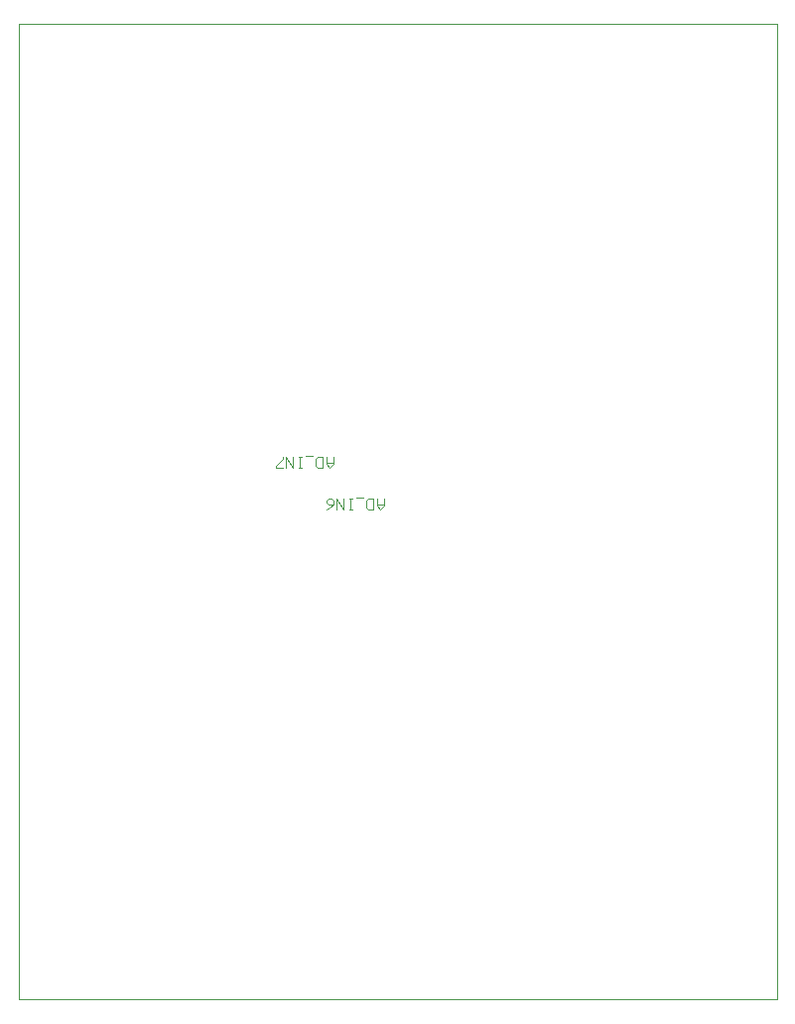
<source format=gbo>
G04 Layer_Color=32896*
%FSLAX25Y25*%
%MOIN*%
G70*
G01*
G75*
D33*
X384500Y153500D02*
Y191500D01*
X331000Y153500D02*
X384500D01*
X130000Y481000D02*
X384500D01*
Y406000D02*
Y481000D01*
X130000Y153500D02*
X331000D01*
X130000D02*
Y481000D01*
X384500Y191500D02*
Y406000D01*
D56*
X252500Y321500D02*
Y319167D01*
X251334Y318001D01*
X250167Y319167D01*
Y321500D01*
Y319751D01*
X252500D01*
X249001Y318001D02*
Y321500D01*
X247252D01*
X246669Y320917D01*
Y318584D01*
X247252Y318001D01*
X249001D01*
X245502Y322083D02*
X243170D01*
X242003Y318001D02*
X240837D01*
X241420D01*
Y321500D01*
X242003D01*
X240837D01*
X239088D02*
Y318001D01*
X236755Y321500D01*
Y318001D01*
X233256D02*
X234422Y318584D01*
X235589Y319751D01*
Y320917D01*
X235006Y321500D01*
X233839D01*
X233256Y320917D01*
Y320334D01*
X233839Y319751D01*
X235589D01*
X235500Y335500D02*
Y333167D01*
X234334Y332001D01*
X233167Y333167D01*
Y335500D01*
Y333751D01*
X235500D01*
X232001Y332001D02*
Y335500D01*
X230252D01*
X229669Y334917D01*
Y332584D01*
X230252Y332001D01*
X232001D01*
X228502Y336083D02*
X226170D01*
X225003Y332001D02*
X223837D01*
X224420D01*
Y335500D01*
X225003D01*
X223837D01*
X222088D02*
Y332001D01*
X219755Y335500D01*
Y332001D01*
X218589D02*
X216256D01*
Y332584D01*
X218589Y334917D01*
Y335500D01*
M02*

</source>
